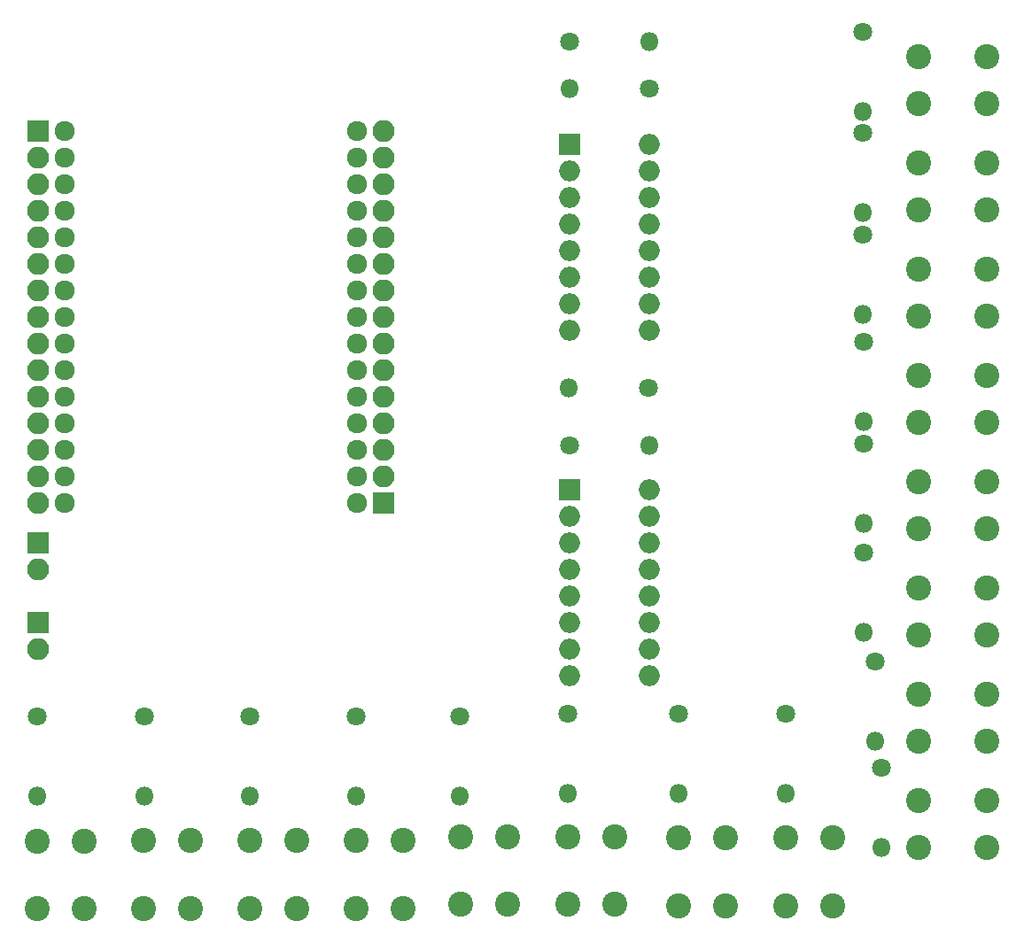
<source format=gbr>
%TF.GenerationSoftware,KiCad,Pcbnew,4.0.5+dfsg1-4*%
%TF.CreationDate,2018-11-05T17:45:36-05:00*%
%TF.ProjectId,ControlUnitInput,436F6E74726F6C556E6974496E707574,rev?*%
%TF.FileFunction,Soldermask,Top*%
%FSLAX46Y46*%
G04 Gerber Fmt 4.6, Leading zero omitted, Abs format (unit mm)*
G04 Created by KiCad (PCBNEW 4.0.5+dfsg1-4) date Mon Nov  5 17:45:36 2018*
%MOMM*%
%LPD*%
G01*
G04 APERTURE LIST*
%ADD10C,0.100000*%
%ADD11R,2.100000X2.100000*%
%ADD12O,2.100000X2.100000*%
%ADD13C,1.800000*%
%ADD14O,1.800000X1.800000*%
%ADD15C,2.400000*%
%ADD16C,1.924000*%
%ADD17R,2.000000X2.000000*%
%ADD18O,2.000000X2.000000*%
G04 APERTURE END LIST*
D10*
D11*
X15240000Y-63500000D03*
D12*
X15240000Y-66040000D03*
D13*
X73660000Y-20116800D03*
D14*
X66040000Y-20116800D03*
D13*
X66040000Y-15595600D03*
D14*
X73660000Y-15595600D03*
D13*
X94107000Y-14681200D03*
D14*
X94107000Y-22301200D03*
D13*
X94107000Y-24358600D03*
D14*
X94107000Y-31978600D03*
D13*
X94107000Y-34086800D03*
D14*
X94107000Y-41706800D03*
D13*
X94157800Y-44272200D03*
D14*
X94157800Y-51892200D03*
D13*
X94208600Y-54025800D03*
D14*
X94208600Y-61645800D03*
D13*
X94208600Y-64490600D03*
D14*
X94208600Y-72110600D03*
D13*
X95300800Y-74879200D03*
D14*
X95300800Y-82499200D03*
D13*
X95910400Y-85013800D03*
D14*
X95910400Y-92633800D03*
D13*
X66040000Y-54178200D03*
D14*
X73660000Y-54178200D03*
D13*
X73634600Y-48666400D03*
D14*
X66014600Y-48666400D03*
D13*
X45643800Y-80111600D03*
D14*
X45643800Y-87731600D03*
D13*
X35483800Y-80086200D03*
D14*
X35483800Y-87706200D03*
D13*
X25400000Y-80111600D03*
D14*
X25400000Y-87731600D03*
D13*
X15163800Y-80111600D03*
D14*
X15163800Y-87731600D03*
D13*
X86766400Y-79857600D03*
D14*
X86766400Y-87477600D03*
D13*
X76454000Y-79857600D03*
D14*
X76454000Y-87477600D03*
D13*
X65913000Y-79857600D03*
D14*
X65913000Y-87477600D03*
D13*
X55575200Y-80137000D03*
D14*
X55575200Y-87757000D03*
D15*
X99466400Y-21518000D03*
X99466400Y-17018000D03*
X105966400Y-21518000D03*
X105966400Y-17018000D03*
X99466400Y-31678000D03*
X99466400Y-27178000D03*
X105966400Y-31678000D03*
X105966400Y-27178000D03*
X99466400Y-41838000D03*
X99466400Y-37338000D03*
X105966400Y-41838000D03*
X105966400Y-37338000D03*
X99466400Y-51998000D03*
X99466400Y-47498000D03*
X105966400Y-51998000D03*
X105966400Y-47498000D03*
X99466400Y-62158000D03*
X99466400Y-57658000D03*
X105966400Y-62158000D03*
X105966400Y-57658000D03*
X99466400Y-72318000D03*
X99466400Y-67818000D03*
X105966400Y-72318000D03*
X105966400Y-67818000D03*
X99466400Y-82478000D03*
X99466400Y-77978000D03*
X105966400Y-82478000D03*
X105966400Y-77978000D03*
X99466400Y-92638000D03*
X99466400Y-88138000D03*
X105966400Y-92638000D03*
X105966400Y-88138000D03*
X45639600Y-91973400D03*
X50139600Y-91973400D03*
X45639600Y-98473400D03*
X50139600Y-98473400D03*
X35479600Y-91973400D03*
X39979600Y-91973400D03*
X35479600Y-98473400D03*
X39979600Y-98473400D03*
X25319600Y-91973400D03*
X29819600Y-91973400D03*
X25319600Y-98473400D03*
X29819600Y-98473400D03*
X15159600Y-92024200D03*
X19659600Y-92024200D03*
X15159600Y-98524200D03*
X19659600Y-98524200D03*
X86686000Y-91719400D03*
X91186000Y-91719400D03*
X86686000Y-98219400D03*
X91186000Y-98219400D03*
X76475200Y-91694000D03*
X80975200Y-91694000D03*
X76475200Y-98194000D03*
X80975200Y-98194000D03*
X65908800Y-91592400D03*
X70408800Y-91592400D03*
X65908800Y-98092400D03*
X70408800Y-98092400D03*
X55647200Y-91592400D03*
X60147200Y-91592400D03*
X55647200Y-98092400D03*
X60147200Y-98092400D03*
D16*
X17780000Y-24130000D03*
X17780000Y-26670000D03*
X17780000Y-29210000D03*
X17780000Y-31750000D03*
X17780000Y-34290000D03*
X17780000Y-36830000D03*
X17780000Y-39370000D03*
X17780000Y-41910000D03*
X17780000Y-44450000D03*
X17780000Y-46990000D03*
X17780000Y-49530000D03*
X17780000Y-52070000D03*
X17780000Y-54610000D03*
X17780000Y-57150000D03*
X17780000Y-59690000D03*
X45720000Y-59690000D03*
X45720000Y-57150000D03*
X45720000Y-54610000D03*
X45720000Y-52070000D03*
X45720000Y-49530000D03*
X45720000Y-46990000D03*
X45720000Y-44450000D03*
X45720000Y-41910000D03*
X45720000Y-39370000D03*
X45720000Y-36830000D03*
X45720000Y-34290000D03*
X45720000Y-31750000D03*
X45720000Y-29210000D03*
X45720000Y-26670000D03*
X45720000Y-24130000D03*
D17*
X66040000Y-25400000D03*
D18*
X73660000Y-43180000D03*
X66040000Y-27940000D03*
X73660000Y-40640000D03*
X66040000Y-30480000D03*
X73660000Y-38100000D03*
X66040000Y-33020000D03*
X73660000Y-35560000D03*
X66040000Y-35560000D03*
X73660000Y-33020000D03*
X66040000Y-38100000D03*
X73660000Y-30480000D03*
X66040000Y-40640000D03*
X73660000Y-27940000D03*
X66040000Y-43180000D03*
X73660000Y-25400000D03*
D17*
X66040000Y-58420000D03*
D18*
X73660000Y-76200000D03*
X66040000Y-60960000D03*
X73660000Y-73660000D03*
X66040000Y-63500000D03*
X73660000Y-71120000D03*
X66040000Y-66040000D03*
X73660000Y-68580000D03*
X66040000Y-68580000D03*
X73660000Y-66040000D03*
X66040000Y-71120000D03*
X73660000Y-63500000D03*
X66040000Y-73660000D03*
X73660000Y-60960000D03*
X66040000Y-76200000D03*
X73660000Y-58420000D03*
D11*
X15240000Y-24130000D03*
D12*
X15240000Y-26670000D03*
X15240000Y-29210000D03*
X15240000Y-31750000D03*
X15240000Y-34290000D03*
X15240000Y-36830000D03*
X15240000Y-39370000D03*
X15240000Y-41910000D03*
X15240000Y-44450000D03*
X15240000Y-46990000D03*
X15240000Y-49530000D03*
X15240000Y-52070000D03*
X15240000Y-54610000D03*
X15240000Y-57150000D03*
X15240000Y-59690000D03*
D11*
X48260000Y-59690000D03*
D12*
X48260000Y-57150000D03*
X48260000Y-54610000D03*
X48260000Y-52070000D03*
X48260000Y-49530000D03*
X48260000Y-46990000D03*
X48260000Y-44450000D03*
X48260000Y-41910000D03*
X48260000Y-39370000D03*
X48260000Y-36830000D03*
X48260000Y-34290000D03*
X48260000Y-31750000D03*
X48260000Y-29210000D03*
X48260000Y-26670000D03*
X48260000Y-24130000D03*
D11*
X15240000Y-71120000D03*
D12*
X15240000Y-73660000D03*
M02*

</source>
